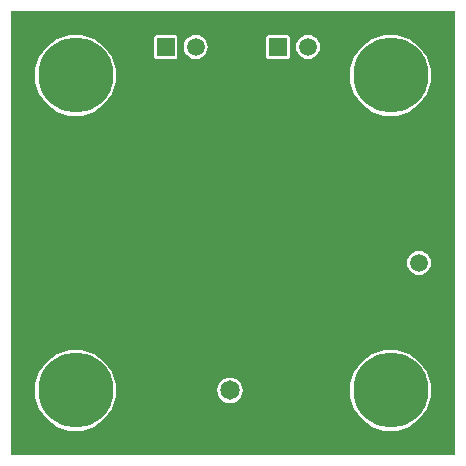
<source format=gbr>
G04 Layer_Physical_Order=2*
G04 Layer_Color=16711680*
%FSLAX26Y26*%
%MOIN*%
%TF.FileFunction,Copper,L2,Bot,Signal*%
%TF.Part,Single*%
G01*
G75*
%TA.AperFunction,ComponentPad*%
%ADD17C,0.065000*%
%ADD18C,0.250000*%
%ADD19R,0.059055X0.059055*%
%ADD20C,0.059055*%
%ADD21R,0.059055X0.059055*%
%TA.AperFunction,ViaPad*%
%ADD22C,0.050000*%
G36*
X1489805Y10195D02*
X10195D01*
Y1489805D01*
X1489805D01*
Y10195D01*
D02*
G37*
%LPC*%
G36*
X740000Y267867D02*
X728905Y266406D01*
X718567Y262124D01*
X709689Y255311D01*
X702876Y246433D01*
X698594Y236095D01*
X697133Y225000D01*
X698594Y213905D01*
X702876Y203567D01*
X709689Y194689D01*
X718567Y187876D01*
X728905Y183594D01*
X740000Y182133D01*
X751095Y183594D01*
X761433Y187876D01*
X770311Y194689D01*
X777124Y203567D01*
X781406Y213905D01*
X782867Y225000D01*
X781406Y236095D01*
X777124Y246433D01*
X770311Y255311D01*
X761433Y262124D01*
X751095Y266406D01*
X740000Y267867D01*
D02*
G37*
G36*
X1370000Y689869D02*
X1359681Y688510D01*
X1350066Y684527D01*
X1341809Y678191D01*
X1335473Y669934D01*
X1331490Y660319D01*
X1330131Y650000D01*
X1331490Y639681D01*
X1335473Y630066D01*
X1341809Y621809D01*
X1350066Y615473D01*
X1359681Y611490D01*
X1370000Y610131D01*
X1380319Y611490D01*
X1389934Y615473D01*
X1398191Y621809D01*
X1404527Y630066D01*
X1408510Y639681D01*
X1409869Y650000D01*
X1408510Y660319D01*
X1404527Y669934D01*
X1398191Y678191D01*
X1389934Y684527D01*
X1380319Y688510D01*
X1370000Y689869D01*
D02*
G37*
G36*
X225000Y360417D02*
X203816Y358750D01*
X183154Y353790D01*
X163522Y345658D01*
X145404Y334555D01*
X129245Y320755D01*
X115445Y304596D01*
X104342Y286478D01*
X96210Y266846D01*
X91250Y246184D01*
X89583Y225000D01*
X91250Y203816D01*
X96210Y183154D01*
X104342Y163522D01*
X115445Y145404D01*
X129245Y129245D01*
X145404Y115445D01*
X163522Y104342D01*
X183154Y96210D01*
X203816Y91250D01*
X225000Y89583D01*
X246184Y91250D01*
X266846Y96210D01*
X286478Y104342D01*
X304596Y115445D01*
X320755Y129245D01*
X334555Y145404D01*
X345658Y163522D01*
X353790Y183154D01*
X358750Y203816D01*
X360417Y225000D01*
X358750Y246184D01*
X353790Y266846D01*
X345658Y286478D01*
X334555Y304596D01*
X320755Y320755D01*
X304596Y334555D01*
X286478Y345658D01*
X266846Y353790D01*
X246184Y358750D01*
X225000Y360417D01*
D02*
G37*
G36*
X1275000D02*
X1253816Y358750D01*
X1233154Y353790D01*
X1213522Y345658D01*
X1195404Y334555D01*
X1179245Y320755D01*
X1165445Y304596D01*
X1154342Y286478D01*
X1146210Y266846D01*
X1141250Y246184D01*
X1139583Y225000D01*
X1141250Y203816D01*
X1146210Y183154D01*
X1154342Y163522D01*
X1165445Y145404D01*
X1179245Y129245D01*
X1195404Y115445D01*
X1213522Y104342D01*
X1233154Y96210D01*
X1253816Y91250D01*
X1275000Y89583D01*
X1296184Y91250D01*
X1316846Y96210D01*
X1336478Y104342D01*
X1354596Y115445D01*
X1370755Y129245D01*
X1384555Y145404D01*
X1395658Y163522D01*
X1403790Y183154D01*
X1408750Y203816D01*
X1410417Y225000D01*
X1408750Y246184D01*
X1403790Y266846D01*
X1395658Y286478D01*
X1384555Y304596D01*
X1370755Y320755D01*
X1354596Y334555D01*
X1336478Y345658D01*
X1316846Y353790D01*
X1296184Y358750D01*
X1275000Y360417D01*
D02*
G37*
G36*
X225000Y1410417D02*
X203816Y1408750D01*
X183154Y1403790D01*
X163522Y1395658D01*
X145404Y1384555D01*
X129245Y1370755D01*
X115445Y1354596D01*
X104342Y1336478D01*
X96210Y1316846D01*
X91250Y1296184D01*
X89583Y1275000D01*
X91250Y1253816D01*
X96210Y1233154D01*
X104342Y1213522D01*
X115445Y1195404D01*
X129245Y1179245D01*
X145404Y1165445D01*
X163522Y1154342D01*
X183154Y1146210D01*
X203816Y1141250D01*
X225000Y1139583D01*
X246184Y1141250D01*
X266846Y1146210D01*
X286478Y1154342D01*
X304596Y1165445D01*
X320755Y1179245D01*
X334555Y1195404D01*
X345658Y1213522D01*
X353790Y1233154D01*
X358750Y1253816D01*
X360417Y1275000D01*
X358750Y1296184D01*
X353790Y1316846D01*
X345658Y1336478D01*
X334555Y1354596D01*
X320755Y1370755D01*
X304596Y1384555D01*
X286478Y1395658D01*
X266846Y1403790D01*
X246184Y1408750D01*
X225000Y1410417D01*
D02*
G37*
G36*
X554528Y1409723D02*
X495473D01*
X491571Y1408947D01*
X488263Y1406737D01*
X486053Y1403429D01*
X485277Y1399527D01*
Y1340473D01*
X486053Y1336571D01*
X488263Y1333263D01*
X491571Y1331053D01*
X495473Y1330277D01*
X554528D01*
X558429Y1331053D01*
X561737Y1333263D01*
X563947Y1336571D01*
X564723Y1340473D01*
Y1399527D01*
X563947Y1403429D01*
X561737Y1406737D01*
X558429Y1408947D01*
X554528Y1409723D01*
D02*
G37*
G36*
X929528D02*
X870472D01*
X866571Y1408947D01*
X863263Y1406737D01*
X861053Y1403429D01*
X860277Y1399527D01*
Y1340473D01*
X861053Y1336571D01*
X863263Y1333263D01*
X866571Y1331053D01*
X870472Y1330277D01*
X929528D01*
X933429Y1331053D01*
X936737Y1333263D01*
X938947Y1336571D01*
X939723Y1340473D01*
Y1399527D01*
X938947Y1403429D01*
X936737Y1406737D01*
X933429Y1408947D01*
X929528Y1409723D01*
D02*
G37*
G36*
X1000000Y1409869D02*
X989681Y1408510D01*
X980066Y1404527D01*
X971809Y1398191D01*
X965473Y1389934D01*
X961490Y1380319D01*
X960131Y1370000D01*
X961490Y1359681D01*
X965473Y1350066D01*
X971809Y1341809D01*
X980066Y1335473D01*
X989681Y1331490D01*
X1000000Y1330131D01*
X1010319Y1331490D01*
X1019934Y1335473D01*
X1028191Y1341809D01*
X1034527Y1350066D01*
X1038510Y1359681D01*
X1039869Y1370000D01*
X1038510Y1380319D01*
X1034527Y1389934D01*
X1028191Y1398191D01*
X1019934Y1404527D01*
X1010319Y1408510D01*
X1000000Y1409869D01*
D02*
G37*
G36*
X1275000Y1410417D02*
X1253816Y1408750D01*
X1233154Y1403790D01*
X1213522Y1395658D01*
X1195404Y1384555D01*
X1179245Y1370755D01*
X1165445Y1354596D01*
X1154342Y1336478D01*
X1146210Y1316846D01*
X1141250Y1296184D01*
X1139583Y1275000D01*
X1141250Y1253816D01*
X1146210Y1233154D01*
X1154342Y1213522D01*
X1165445Y1195404D01*
X1179245Y1179245D01*
X1195404Y1165445D01*
X1213522Y1154342D01*
X1233154Y1146210D01*
X1253816Y1141250D01*
X1275000Y1139583D01*
X1296184Y1141250D01*
X1316846Y1146210D01*
X1336478Y1154342D01*
X1354596Y1165445D01*
X1370755Y1179245D01*
X1384555Y1195404D01*
X1395658Y1213522D01*
X1403790Y1233154D01*
X1408750Y1253816D01*
X1410417Y1275000D01*
X1408750Y1296184D01*
X1403790Y1316846D01*
X1395658Y1336478D01*
X1384555Y1354596D01*
X1370755Y1370755D01*
X1354596Y1384555D01*
X1336478Y1395658D01*
X1316846Y1403790D01*
X1296184Y1408750D01*
X1275000Y1410417D01*
D02*
G37*
G36*
X625000Y1409869D02*
X614681Y1408510D01*
X605066Y1404527D01*
X596809Y1398191D01*
X590473Y1389934D01*
X586490Y1380319D01*
X585131Y1370000D01*
X586490Y1359681D01*
X590473Y1350066D01*
X596809Y1341809D01*
X605066Y1335473D01*
X614681Y1331490D01*
X625000Y1330131D01*
X635319Y1331490D01*
X644934Y1335473D01*
X653191Y1341809D01*
X659527Y1350066D01*
X663510Y1359681D01*
X664869Y1370000D01*
X663510Y1380319D01*
X659527Y1389934D01*
X653191Y1398191D01*
X644934Y1404527D01*
X635319Y1408510D01*
X625000Y1409869D01*
D02*
G37*
%LPD*%
D17*
X740000Y225000D02*
D03*
X1370000Y962320D02*
D03*
D18*
X225000Y1275000D02*
D03*
X1275000D02*
D03*
X225000Y225000D02*
D03*
X1275000D02*
D03*
D19*
X900000Y1370000D02*
D03*
X525000D02*
D03*
D20*
X1000000D02*
D03*
X1370000Y650000D02*
D03*
X625000Y1370000D02*
D03*
D21*
X1370000Y750000D02*
D03*
D22*
X225071Y578000D02*
D03*
X278000Y429000D02*
D03*
%TF.MD5,0db48df1833b837dda05b3a66fa4736f*%
M02*

</source>
